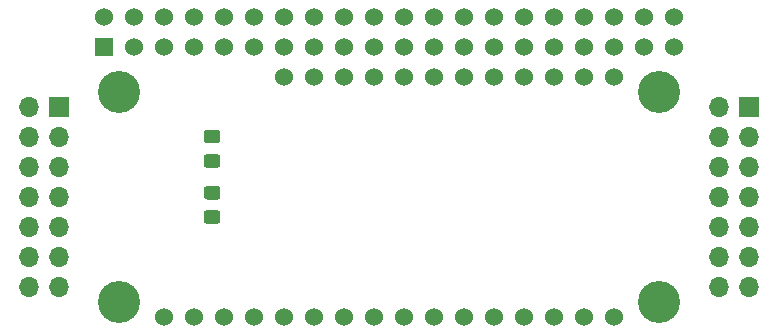
<source format=gbs>
%TF.GenerationSoftware,KiCad,Pcbnew,(5.1.6)-1*%
%TF.CreationDate,2020-07-21T16:07:18+02:00*%
%TF.ProjectId,RPI_LORA,5250495f-4c4f-4524-912e-6b696361645f,rev?*%
%TF.SameCoordinates,Original*%
%TF.FileFunction,Soldermask,Bot*%
%TF.FilePolarity,Negative*%
%FSLAX46Y46*%
G04 Gerber Fmt 4.6, Leading zero omitted, Abs format (unit mm)*
G04 Created by KiCad (PCBNEW (5.1.6)-1) date 2020-07-21 16:07:18*
%MOMM*%
%LPD*%
G01*
G04 APERTURE LIST*
%ADD10R,1.700000X1.700000*%
%ADD11O,1.700000X1.700000*%
%ADD12C,3.556000*%
%ADD13C,1.524000*%
%ADD14R,1.524000X1.524000*%
G04 APERTURE END LIST*
D10*
%TO.C,J2*%
X114102000Y-89339400D03*
D11*
X111562000Y-89339400D03*
X114102000Y-91879400D03*
X111562000Y-91879400D03*
X114102000Y-94419400D03*
X111562000Y-94419400D03*
X114102000Y-96959400D03*
X111562000Y-96959400D03*
X114102000Y-99499400D03*
X111562000Y-99499400D03*
X114102000Y-102039400D03*
X111562000Y-102039400D03*
X114102000Y-104579400D03*
X111562000Y-104579400D03*
%TD*%
D12*
%TO.C,U1*%
X164902000Y-105849400D03*
X119182000Y-105849400D03*
X164902000Y-88069400D03*
X119182000Y-88069400D03*
D13*
X161092000Y-86799400D03*
X158552000Y-86799400D03*
X156012000Y-86799400D03*
X153472000Y-86799400D03*
X150932000Y-86799400D03*
X148392000Y-86799400D03*
X145852000Y-86799400D03*
X143312000Y-86799400D03*
X140772000Y-86799400D03*
X138232000Y-86799400D03*
X135692000Y-86799400D03*
X133152000Y-86799400D03*
X161092000Y-107119400D03*
X158552000Y-107119400D03*
X156012000Y-107119400D03*
X153472000Y-107119400D03*
X150932000Y-107119400D03*
X148392000Y-107119400D03*
X145852000Y-107119400D03*
X143312000Y-107119400D03*
X140772000Y-107119400D03*
X138232000Y-107119400D03*
X135692000Y-107119400D03*
X133152000Y-107119400D03*
X130612000Y-107119400D03*
X128072000Y-107119400D03*
X125532000Y-107119400D03*
X122992000Y-107119400D03*
%TD*%
D10*
%TO.C,J1*%
X172522000Y-89339400D03*
D11*
X169982000Y-89339400D03*
X172522000Y-91879400D03*
X169982000Y-91879400D03*
X172522000Y-94419400D03*
X169982000Y-94419400D03*
X172522000Y-96959400D03*
X169982000Y-96959400D03*
X172522000Y-99499400D03*
X169982000Y-99499400D03*
X172522000Y-102039400D03*
X169982000Y-102039400D03*
X172522000Y-104579400D03*
X169982000Y-104579400D03*
%TD*%
D14*
%TO.C,PI1*%
X117912000Y-84259400D03*
D13*
X117912000Y-81719400D03*
X120452000Y-84259400D03*
X120452000Y-81719400D03*
X122992000Y-84259400D03*
X122992000Y-81719400D03*
X125532000Y-84259400D03*
X125532000Y-81719400D03*
X128072000Y-84259400D03*
X128072000Y-81719400D03*
X130612000Y-84259400D03*
X130612000Y-81719400D03*
X133152000Y-84259400D03*
X133152000Y-81719400D03*
X135692000Y-84259400D03*
X135692000Y-81719400D03*
X138232000Y-84259400D03*
X138232000Y-81719400D03*
X140772000Y-84259400D03*
X140772000Y-81719400D03*
X143312000Y-84259400D03*
X143312000Y-81719400D03*
X145852000Y-84259400D03*
X145852000Y-81719400D03*
X148392000Y-84259400D03*
X148392000Y-81719400D03*
X150932000Y-84259400D03*
X150932000Y-81719400D03*
X153472000Y-84259400D03*
X153472000Y-81719400D03*
X156012000Y-84259400D03*
X156012000Y-81719400D03*
X158552000Y-84259400D03*
X158552000Y-81719400D03*
X161092000Y-84259400D03*
X161092000Y-81719400D03*
X163632000Y-84259400D03*
X163632000Y-81719400D03*
X166172000Y-84259400D03*
X166172000Y-81719400D03*
%TD*%
%TO.C,R1*%
G36*
G01*
X127547001Y-99224400D02*
X126646999Y-99224400D01*
G75*
G02*
X126397000Y-98974401I0J249999D01*
G01*
X126397000Y-98324399D01*
G75*
G02*
X126646999Y-98074400I249999J0D01*
G01*
X127547001Y-98074400D01*
G75*
G02*
X127797000Y-98324399I0J-249999D01*
G01*
X127797000Y-98974401D01*
G75*
G02*
X127547001Y-99224400I-249999J0D01*
G01*
G37*
G36*
G01*
X127547001Y-97174400D02*
X126646999Y-97174400D01*
G75*
G02*
X126397000Y-96924401I0J249999D01*
G01*
X126397000Y-96274399D01*
G75*
G02*
X126646999Y-96024400I249999J0D01*
G01*
X127547001Y-96024400D01*
G75*
G02*
X127797000Y-96274399I0J-249999D01*
G01*
X127797000Y-96924401D01*
G75*
G02*
X127547001Y-97174400I-249999J0D01*
G01*
G37*
%TD*%
%TO.C,R2*%
G36*
G01*
X127547001Y-92424400D02*
X126646999Y-92424400D01*
G75*
G02*
X126397000Y-92174401I0J249999D01*
G01*
X126397000Y-91524399D01*
G75*
G02*
X126646999Y-91274400I249999J0D01*
G01*
X127547001Y-91274400D01*
G75*
G02*
X127797000Y-91524399I0J-249999D01*
G01*
X127797000Y-92174401D01*
G75*
G02*
X127547001Y-92424400I-249999J0D01*
G01*
G37*
G36*
G01*
X127547001Y-94474400D02*
X126646999Y-94474400D01*
G75*
G02*
X126397000Y-94224401I0J249999D01*
G01*
X126397000Y-93574399D01*
G75*
G02*
X126646999Y-93324400I249999J0D01*
G01*
X127547001Y-93324400D01*
G75*
G02*
X127797000Y-93574399I0J-249999D01*
G01*
X127797000Y-94224401D01*
G75*
G02*
X127547001Y-94474400I-249999J0D01*
G01*
G37*
%TD*%
M02*

</source>
